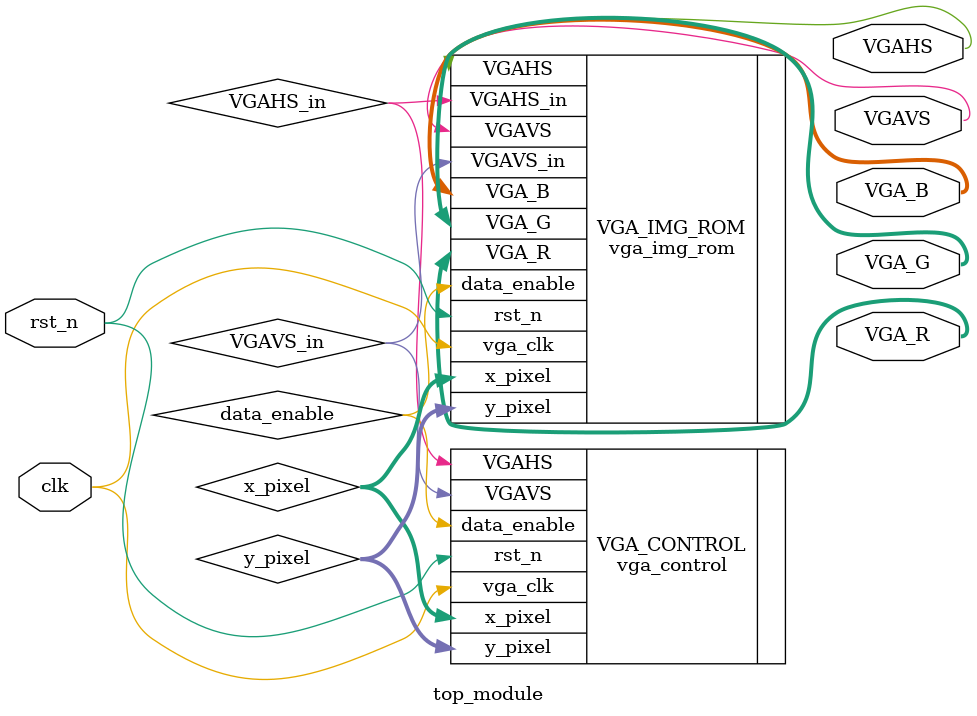
<source format=v>
module top_module(

    // ------------------------ENTRADAS-----------------------------------
    input wire clk,                              // 25 MHz FPGA
    input wire rst_n,                            // reset ativo_baixo
    
    // -----------------------SAÍDAS--------------------------------------
    output wire VGAHS,                          // Sinal sincronismo HORIZONTAL
    output wire VGAVS,                          // Sinal sincronismo VERTICAL
    output wire [2:0] VGA_R,                    // Sinal 3 bits VERMELHO
    output wire [2:0] VGA_G,                    // Sinal 3 bits VERDE
    output wire [2:0] VGA_B                     // Sinal 3 bits AZUL
);

    // ----------------- VGA_CONTROL--------------------------------------
    wire [9:0] x_pixel;                        // Posição X pixel
    wire [9:0] y_pixel;                        // Posição y pixel
    wire VGAHS_in;                    
    wire VGAVS_in;
    wire data_enable;

    vga_control VGA_CONTROL (
        .vga_clk(clk),
        .rst_n(rst_n),
        .x_pixel(x_pixel),
        .y_pixel(y_pixel),
        .VGAHS(VGAHS_in),
        .VGAVS(VGAVS_in),
        .data_enable(data_enable)
    );

    // ----------------------- VGA_IMG_ROM -------------------------------------
    vga_img_rom VGA_IMG_ROM (
        .vga_clk(clk),
        .rst_n(rst_n),
        .x_pixel(x_pixel),
        .y_pixel(y_pixel),
        .data_enable(data_enable),
        .VGAHS_in(VGAHS_in),
        .VGAVS_in(VGAVS_in),
        .VGA_R(VGA_R),
        .VGA_G(VGA_G),
        .VGA_B(VGA_B),
        .VGAHS(VGAHS),
        .VGAVS(VGAVS)
    );


endmodule
</source>
